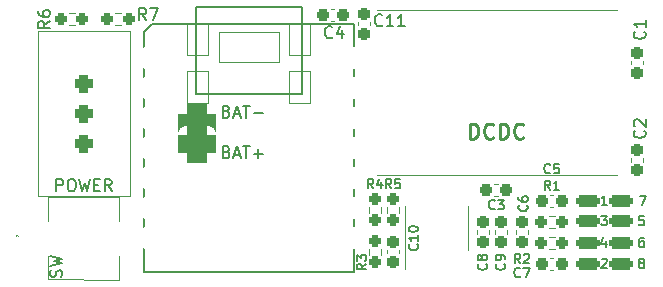
<source format=gto>
G04 #@! TF.GenerationSoftware,KiCad,Pcbnew,(6.0.7)*
G04 #@! TF.CreationDate,2022-10-10T16:00:36+09:00*
G04 #@! TF.ProjectId,MainBoard,4d61696e-426f-4617-9264-2e6b69636164,rev?*
G04 #@! TF.SameCoordinates,Original*
G04 #@! TF.FileFunction,Legend,Top*
G04 #@! TF.FilePolarity,Positive*
%FSLAX46Y46*%
G04 Gerber Fmt 4.6, Leading zero omitted, Abs format (unit mm)*
G04 Created by KiCad (PCBNEW (6.0.7)) date 2022-10-10 16:00:36*
%MOMM*%
%LPD*%
G01*
G04 APERTURE LIST*
G04 Aperture macros list*
%AMRoundRect*
0 Rectangle with rounded corners*
0 $1 Rounding radius*
0 $2 $3 $4 $5 $6 $7 $8 $9 X,Y pos of 4 corners*
0 Add a 4 corners polygon primitive as box body*
4,1,4,$2,$3,$4,$5,$6,$7,$8,$9,$2,$3,0*
0 Add four circle primitives for the rounded corners*
1,1,$1+$1,$2,$3*
1,1,$1+$1,$4,$5*
1,1,$1+$1,$6,$7*
1,1,$1+$1,$8,$9*
0 Add four rect primitives between the rounded corners*
20,1,$1+$1,$2,$3,$4,$5,0*
20,1,$1+$1,$4,$5,$6,$7,0*
20,1,$1+$1,$6,$7,$8,$9,0*
20,1,$1+$1,$8,$9,$2,$3,0*%
G04 Aperture macros list end*
%ADD10C,0.150000*%
%ADD11C,0.254000*%
%ADD12C,0.120000*%
%ADD13C,0.100000*%
%ADD14C,0.066040*%
%ADD15C,0.127000*%
%ADD16RoundRect,0.250000X0.750000X-0.250000X0.750000X0.250000X-0.750000X0.250000X-0.750000X-0.250000X0*%
%ADD17RoundRect,0.237500X-0.237500X0.300000X-0.237500X-0.300000X0.237500X-0.300000X0.237500X0.300000X0*%
%ADD18RoundRect,0.381000X0.381000X-0.381000X0.381000X0.381000X-0.381000X0.381000X-0.381000X-0.381000X0*%
%ADD19R,2.000000X2.000000*%
%ADD20R,2.600000X1.900000*%
%ADD21RoundRect,0.237500X0.250000X0.237500X-0.250000X0.237500X-0.250000X-0.237500X0.250000X-0.237500X0*%
%ADD22RoundRect,0.237500X-0.237500X0.250000X-0.237500X-0.250000X0.237500X-0.250000X0.237500X0.250000X0*%
%ADD23RoundRect,0.237500X-0.300000X-0.237500X0.300000X-0.237500X0.300000X0.237500X-0.300000X0.237500X0*%
%ADD24O,0.449999X1.400000*%
%ADD25RoundRect,0.787500X-0.812500X-0.787500X0.812500X-0.787500X0.812500X0.787500X-0.812500X0.787500X0*%
%ADD26RoundRect,0.237500X-0.250000X-0.237500X0.250000X-0.237500X0.250000X0.237500X-0.250000X0.237500X0*%
%ADD27RoundRect,0.237500X0.237500X-0.300000X0.237500X0.300000X-0.237500X0.300000X-0.237500X-0.300000X0*%
%ADD28O,2.748280X1.998980*%
%ADD29RoundRect,0.237500X0.300000X0.237500X-0.300000X0.237500X-0.300000X-0.237500X0.300000X-0.237500X0*%
%ADD30RoundRect,0.237500X0.237500X-0.250000X0.237500X0.250000X-0.237500X0.250000X-0.237500X-0.250000X0*%
G04 APERTURE END LIST*
D10*
X187604428Y-98952095D02*
X187642523Y-98914000D01*
X187718714Y-98875904D01*
X187909190Y-98875904D01*
X187985380Y-98914000D01*
X188023476Y-98952095D01*
X188061571Y-99028285D01*
X188061571Y-99104476D01*
X188023476Y-99218761D01*
X187566333Y-99675904D01*
X188061571Y-99675904D01*
X187959980Y-97364571D02*
X187959980Y-97897904D01*
X187769504Y-97059809D02*
X187579028Y-97631238D01*
X188074266Y-97631238D01*
X191238142Y-88050666D02*
X191285761Y-88098285D01*
X191333380Y-88241142D01*
X191333380Y-88336380D01*
X191285761Y-88479238D01*
X191190523Y-88574476D01*
X191095285Y-88622095D01*
X190904809Y-88669714D01*
X190761952Y-88669714D01*
X190571476Y-88622095D01*
X190476238Y-88574476D01*
X190381000Y-88479238D01*
X190333380Y-88336380D01*
X190333380Y-88241142D01*
X190381000Y-88098285D01*
X190428619Y-88050666D01*
X190428619Y-87669714D02*
X190381000Y-87622095D01*
X190333380Y-87526857D01*
X190333380Y-87288761D01*
X190381000Y-87193523D01*
X190428619Y-87145904D01*
X190523857Y-87098285D01*
X190619095Y-87098285D01*
X190761952Y-87145904D01*
X191333380Y-87717333D01*
X191333380Y-87098285D01*
X187591733Y-95269104D02*
X188086971Y-95269104D01*
X187820304Y-95573866D01*
X187934590Y-95573866D01*
X188010780Y-95611961D01*
X188048876Y-95650057D01*
X188086971Y-95726247D01*
X188086971Y-95916723D01*
X188048876Y-95992914D01*
X188010780Y-96031009D01*
X187934590Y-96069104D01*
X187706019Y-96069104D01*
X187629828Y-96031009D01*
X187591733Y-95992914D01*
X191198476Y-95269104D02*
X190817523Y-95269104D01*
X190779428Y-95650057D01*
X190817523Y-95611961D01*
X190893714Y-95573866D01*
X191084190Y-95573866D01*
X191160380Y-95611961D01*
X191198476Y-95650057D01*
X191236571Y-95726247D01*
X191236571Y-95916723D01*
X191198476Y-95992914D01*
X191160380Y-96031009D01*
X191084190Y-96069104D01*
X190893714Y-96069104D01*
X190817523Y-96031009D01*
X190779428Y-95992914D01*
X179355714Y-99320333D02*
X179393809Y-99358428D01*
X179431904Y-99472714D01*
X179431904Y-99548904D01*
X179393809Y-99663190D01*
X179317619Y-99739380D01*
X179241428Y-99777476D01*
X179089047Y-99815571D01*
X178974761Y-99815571D01*
X178822380Y-99777476D01*
X178746190Y-99739380D01*
X178670000Y-99663190D01*
X178631904Y-99548904D01*
X178631904Y-99472714D01*
X178670000Y-99358428D01*
X178708095Y-99320333D01*
X179431904Y-98939380D02*
X179431904Y-98787000D01*
X179393809Y-98710809D01*
X179355714Y-98672714D01*
X179241428Y-98596523D01*
X179089047Y-98558428D01*
X178784285Y-98558428D01*
X178708095Y-98596523D01*
X178670000Y-98634619D01*
X178631904Y-98710809D01*
X178631904Y-98863190D01*
X178670000Y-98939380D01*
X178708095Y-98977476D01*
X178784285Y-99015571D01*
X178974761Y-99015571D01*
X179050952Y-98977476D01*
X179089047Y-98939380D01*
X179127142Y-98863190D01*
X179127142Y-98710809D01*
X179089047Y-98634619D01*
X179050952Y-98596523D01*
X178974761Y-98558428D01*
X188061571Y-94341904D02*
X187604428Y-94341904D01*
X187833000Y-94341904D02*
X187833000Y-93541904D01*
X187756809Y-93656190D01*
X187680619Y-93732380D01*
X187604428Y-93770476D01*
X141454476Y-93162380D02*
X141454476Y-92162380D01*
X141835428Y-92162380D01*
X141930666Y-92210000D01*
X141978285Y-92257619D01*
X142025904Y-92352857D01*
X142025904Y-92495714D01*
X141978285Y-92590952D01*
X141930666Y-92638571D01*
X141835428Y-92686190D01*
X141454476Y-92686190D01*
X142644952Y-92162380D02*
X142835428Y-92162380D01*
X142930666Y-92210000D01*
X143025904Y-92305238D01*
X143073523Y-92495714D01*
X143073523Y-92829047D01*
X143025904Y-93019523D01*
X142930666Y-93114761D01*
X142835428Y-93162380D01*
X142644952Y-93162380D01*
X142549714Y-93114761D01*
X142454476Y-93019523D01*
X142406857Y-92829047D01*
X142406857Y-92495714D01*
X142454476Y-92305238D01*
X142549714Y-92210000D01*
X142644952Y-92162380D01*
X143406857Y-92162380D02*
X143644952Y-93162380D01*
X143835428Y-92448095D01*
X144025904Y-93162380D01*
X144264000Y-92162380D01*
X144644952Y-92638571D02*
X144978285Y-92638571D01*
X145121142Y-93162380D02*
X144644952Y-93162380D01*
X144644952Y-92162380D01*
X145121142Y-92162380D01*
X146121142Y-93162380D02*
X145787809Y-92686190D01*
X145549714Y-93162380D02*
X145549714Y-92162380D01*
X145930666Y-92162380D01*
X146025904Y-92210000D01*
X146073523Y-92257619D01*
X146121142Y-92352857D01*
X146121142Y-92495714D01*
X146073523Y-92590952D01*
X146025904Y-92638571D01*
X145930666Y-92686190D01*
X145549714Y-92686190D01*
X141882761Y-100425142D02*
X141930380Y-100282285D01*
X141930380Y-100044190D01*
X141882761Y-99948952D01*
X141835142Y-99901333D01*
X141739904Y-99853714D01*
X141644666Y-99853714D01*
X141549428Y-99901333D01*
X141501809Y-99948952D01*
X141454190Y-100044190D01*
X141406571Y-100234666D01*
X141358952Y-100329904D01*
X141311333Y-100377523D01*
X141216095Y-100425142D01*
X141120857Y-100425142D01*
X141025619Y-100377523D01*
X140978000Y-100329904D01*
X140930380Y-100234666D01*
X140930380Y-99996571D01*
X140978000Y-99853714D01*
X140930380Y-99520380D02*
X141930380Y-99282285D01*
X141216095Y-99091809D01*
X141930380Y-98901333D01*
X140930380Y-98663238D01*
D11*
X176451380Y-88712523D02*
X176451380Y-87442523D01*
X176753761Y-87442523D01*
X176935190Y-87503000D01*
X177056142Y-87623952D01*
X177116619Y-87744904D01*
X177177095Y-87986809D01*
X177177095Y-88168238D01*
X177116619Y-88410142D01*
X177056142Y-88531095D01*
X176935190Y-88652047D01*
X176753761Y-88712523D01*
X176451380Y-88712523D01*
X178447095Y-88591571D02*
X178386619Y-88652047D01*
X178205190Y-88712523D01*
X178084238Y-88712523D01*
X177902809Y-88652047D01*
X177781857Y-88531095D01*
X177721380Y-88410142D01*
X177660904Y-88168238D01*
X177660904Y-87986809D01*
X177721380Y-87744904D01*
X177781857Y-87623952D01*
X177902809Y-87503000D01*
X178084238Y-87442523D01*
X178205190Y-87442523D01*
X178386619Y-87503000D01*
X178447095Y-87563476D01*
X178991380Y-88712523D02*
X178991380Y-87442523D01*
X179293761Y-87442523D01*
X179475190Y-87503000D01*
X179596142Y-87623952D01*
X179656619Y-87744904D01*
X179717095Y-87986809D01*
X179717095Y-88168238D01*
X179656619Y-88410142D01*
X179596142Y-88531095D01*
X179475190Y-88652047D01*
X179293761Y-88712523D01*
X178991380Y-88712523D01*
X180987095Y-88591571D02*
X180926619Y-88652047D01*
X180745190Y-88712523D01*
X180624238Y-88712523D01*
X180442809Y-88652047D01*
X180321857Y-88531095D01*
X180261380Y-88410142D01*
X180200904Y-88168238D01*
X180200904Y-87986809D01*
X180261380Y-87744904D01*
X180321857Y-87623952D01*
X180442809Y-87503000D01*
X180624238Y-87442523D01*
X180745190Y-87442523D01*
X180926619Y-87503000D01*
X180987095Y-87563476D01*
D10*
X180714666Y-99294904D02*
X180448000Y-98913952D01*
X180257523Y-99294904D02*
X180257523Y-98494904D01*
X180562285Y-98494904D01*
X180638476Y-98533000D01*
X180676571Y-98571095D01*
X180714666Y-98647285D01*
X180714666Y-98761571D01*
X180676571Y-98837761D01*
X180638476Y-98875857D01*
X180562285Y-98913952D01*
X180257523Y-98913952D01*
X181019428Y-98571095D02*
X181057523Y-98533000D01*
X181133714Y-98494904D01*
X181324190Y-98494904D01*
X181400380Y-98533000D01*
X181438476Y-98571095D01*
X181476571Y-98647285D01*
X181476571Y-98723476D01*
X181438476Y-98837761D01*
X180981333Y-99294904D01*
X181476571Y-99294904D01*
X169792666Y-92944904D02*
X169526000Y-92563952D01*
X169335523Y-92944904D02*
X169335523Y-92144904D01*
X169640285Y-92144904D01*
X169716476Y-92183000D01*
X169754571Y-92221095D01*
X169792666Y-92297285D01*
X169792666Y-92411571D01*
X169754571Y-92487761D01*
X169716476Y-92525857D01*
X169640285Y-92563952D01*
X169335523Y-92563952D01*
X170516476Y-92144904D02*
X170135523Y-92144904D01*
X170097428Y-92525857D01*
X170135523Y-92487761D01*
X170211714Y-92449666D01*
X170402190Y-92449666D01*
X170478380Y-92487761D01*
X170516476Y-92525857D01*
X170554571Y-92602047D01*
X170554571Y-92792523D01*
X170516476Y-92868714D01*
X170478380Y-92906809D01*
X170402190Y-92944904D01*
X170211714Y-92944904D01*
X170135523Y-92906809D01*
X170097428Y-92868714D01*
X167697104Y-99320333D02*
X167316152Y-99587000D01*
X167697104Y-99777476D02*
X166897104Y-99777476D01*
X166897104Y-99472714D01*
X166935200Y-99396523D01*
X166973295Y-99358428D01*
X167049485Y-99320333D01*
X167163771Y-99320333D01*
X167239961Y-99358428D01*
X167278057Y-99396523D01*
X167316152Y-99472714D01*
X167316152Y-99777476D01*
X166897104Y-99053666D02*
X166897104Y-98558428D01*
X167201866Y-98825095D01*
X167201866Y-98710809D01*
X167239961Y-98634619D01*
X167278057Y-98596523D01*
X167354247Y-98558428D01*
X167544723Y-98558428D01*
X167620914Y-98596523D01*
X167659009Y-98634619D01*
X167697104Y-98710809D01*
X167697104Y-98939380D01*
X167659009Y-99015571D01*
X167620914Y-99053666D01*
X190868333Y-93541904D02*
X191401666Y-93541904D01*
X191058809Y-94341904D01*
X177831714Y-99320333D02*
X177869809Y-99358428D01*
X177907904Y-99472714D01*
X177907904Y-99548904D01*
X177869809Y-99663190D01*
X177793619Y-99739380D01*
X177717428Y-99777476D01*
X177565047Y-99815571D01*
X177450761Y-99815571D01*
X177298380Y-99777476D01*
X177222190Y-99739380D01*
X177146000Y-99663190D01*
X177107904Y-99548904D01*
X177107904Y-99472714D01*
X177146000Y-99358428D01*
X177184095Y-99320333D01*
X177450761Y-98863190D02*
X177412666Y-98939380D01*
X177374571Y-98977476D01*
X177298380Y-99015571D01*
X177260285Y-99015571D01*
X177184095Y-98977476D01*
X177146000Y-98939380D01*
X177107904Y-98863190D01*
X177107904Y-98710809D01*
X177146000Y-98634619D01*
X177184095Y-98596523D01*
X177260285Y-98558428D01*
X177298380Y-98558428D01*
X177374571Y-98596523D01*
X177412666Y-98634619D01*
X177450761Y-98710809D01*
X177450761Y-98863190D01*
X177488857Y-98939380D01*
X177526952Y-98977476D01*
X177603142Y-99015571D01*
X177755523Y-99015571D01*
X177831714Y-98977476D01*
X177869809Y-98939380D01*
X177907904Y-98863190D01*
X177907904Y-98710809D01*
X177869809Y-98634619D01*
X177831714Y-98596523D01*
X177755523Y-98558428D01*
X177603142Y-98558428D01*
X177526952Y-98596523D01*
X177488857Y-98634619D01*
X177450761Y-98710809D01*
X180714666Y-100361714D02*
X180676571Y-100399809D01*
X180562285Y-100437904D01*
X180486095Y-100437904D01*
X180371809Y-100399809D01*
X180295619Y-100323619D01*
X180257523Y-100247428D01*
X180219428Y-100095047D01*
X180219428Y-99980761D01*
X180257523Y-99828380D01*
X180295619Y-99752190D01*
X180371809Y-99676000D01*
X180486095Y-99637904D01*
X180562285Y-99637904D01*
X180676571Y-99676000D01*
X180714666Y-99714095D01*
X180981333Y-99637904D02*
X181514666Y-99637904D01*
X181171809Y-100437904D01*
X155868857Y-86415571D02*
X156011714Y-86463190D01*
X156059333Y-86510809D01*
X156106952Y-86606047D01*
X156106952Y-86748904D01*
X156059333Y-86844142D01*
X156011714Y-86891761D01*
X155916476Y-86939380D01*
X155535523Y-86939380D01*
X155535523Y-85939380D01*
X155868857Y-85939380D01*
X155964095Y-85987000D01*
X156011714Y-86034619D01*
X156059333Y-86129857D01*
X156059333Y-86225095D01*
X156011714Y-86320333D01*
X155964095Y-86367952D01*
X155868857Y-86415571D01*
X155535523Y-86415571D01*
X156487904Y-86653666D02*
X156964095Y-86653666D01*
X156392666Y-86939380D02*
X156726000Y-85939380D01*
X157059333Y-86939380D01*
X157249809Y-85939380D02*
X157821238Y-85939380D01*
X157535523Y-86939380D02*
X157535523Y-85939380D01*
X158154571Y-86558428D02*
X158916476Y-86558428D01*
X181286114Y-94367333D02*
X181324209Y-94405428D01*
X181362304Y-94519714D01*
X181362304Y-94595904D01*
X181324209Y-94710190D01*
X181248019Y-94786380D01*
X181171828Y-94824476D01*
X181019447Y-94862571D01*
X180905161Y-94862571D01*
X180752780Y-94824476D01*
X180676590Y-94786380D01*
X180600400Y-94710190D01*
X180562304Y-94595904D01*
X180562304Y-94519714D01*
X180600400Y-94405428D01*
X180638495Y-94367333D01*
X180562304Y-93681619D02*
X180562304Y-93834000D01*
X180600400Y-93910190D01*
X180638495Y-93948285D01*
X180752780Y-94024476D01*
X180905161Y-94062571D01*
X181209923Y-94062571D01*
X181286114Y-94024476D01*
X181324209Y-93986380D01*
X181362304Y-93910190D01*
X181362304Y-93757809D01*
X181324209Y-93681619D01*
X181286114Y-93643523D01*
X181209923Y-93605428D01*
X181019447Y-93605428D01*
X180943257Y-93643523D01*
X180905161Y-93681619D01*
X180867066Y-93757809D01*
X180867066Y-93910190D01*
X180905161Y-93986380D01*
X180943257Y-94024476D01*
X181019447Y-94062571D01*
X149058333Y-78684380D02*
X148725000Y-78208190D01*
X148486904Y-78684380D02*
X148486904Y-77684380D01*
X148867857Y-77684380D01*
X148963095Y-77732000D01*
X149010714Y-77779619D01*
X149058333Y-77874857D01*
X149058333Y-78017714D01*
X149010714Y-78112952D01*
X148963095Y-78160571D01*
X148867857Y-78208190D01*
X148486904Y-78208190D01*
X149391666Y-77684380D02*
X150058333Y-77684380D01*
X149629761Y-78684380D01*
X155868857Y-89844571D02*
X156011714Y-89892190D01*
X156059333Y-89939809D01*
X156106952Y-90035047D01*
X156106952Y-90177904D01*
X156059333Y-90273142D01*
X156011714Y-90320761D01*
X155916476Y-90368380D01*
X155535523Y-90368380D01*
X155535523Y-89368380D01*
X155868857Y-89368380D01*
X155964095Y-89416000D01*
X156011714Y-89463619D01*
X156059333Y-89558857D01*
X156059333Y-89654095D01*
X156011714Y-89749333D01*
X155964095Y-89796952D01*
X155868857Y-89844571D01*
X155535523Y-89844571D01*
X156487904Y-90082666D02*
X156964095Y-90082666D01*
X156392666Y-90368380D02*
X156726000Y-89368380D01*
X157059333Y-90368380D01*
X157249809Y-89368380D02*
X157821238Y-89368380D01*
X157535523Y-90368380D02*
X157535523Y-89368380D01*
X158154571Y-89987428D02*
X158916476Y-89987428D01*
X158535523Y-90368380D02*
X158535523Y-89606476D01*
X191238142Y-79668666D02*
X191285761Y-79716285D01*
X191333380Y-79859142D01*
X191333380Y-79954380D01*
X191285761Y-80097238D01*
X191190523Y-80192476D01*
X191095285Y-80240095D01*
X190904809Y-80287714D01*
X190761952Y-80287714D01*
X190571476Y-80240095D01*
X190476238Y-80192476D01*
X190381000Y-80097238D01*
X190333380Y-79954380D01*
X190333380Y-79859142D01*
X190381000Y-79716285D01*
X190428619Y-79668666D01*
X191333380Y-78716285D02*
X191333380Y-79287714D01*
X191333380Y-79002000D02*
X190333380Y-79002000D01*
X190476238Y-79097238D01*
X190571476Y-79192476D01*
X190619095Y-79287714D01*
X191160380Y-97097904D02*
X191008000Y-97097904D01*
X190931809Y-97136000D01*
X190893714Y-97174095D01*
X190817523Y-97288380D01*
X190779428Y-97440761D01*
X190779428Y-97745523D01*
X190817523Y-97821714D01*
X190855619Y-97859809D01*
X190931809Y-97897904D01*
X191084190Y-97897904D01*
X191160380Y-97859809D01*
X191198476Y-97821714D01*
X191236571Y-97745523D01*
X191236571Y-97555047D01*
X191198476Y-97478857D01*
X191160380Y-97440761D01*
X191084190Y-97402666D01*
X190931809Y-97402666D01*
X190855619Y-97440761D01*
X190817523Y-97478857D01*
X190779428Y-97555047D01*
X183254666Y-93071904D02*
X182988000Y-92690952D01*
X182797523Y-93071904D02*
X182797523Y-92271904D01*
X183102285Y-92271904D01*
X183178476Y-92310000D01*
X183216571Y-92348095D01*
X183254666Y-92424285D01*
X183254666Y-92538571D01*
X183216571Y-92614761D01*
X183178476Y-92652857D01*
X183102285Y-92690952D01*
X182797523Y-92690952D01*
X184016571Y-93071904D02*
X183559428Y-93071904D01*
X183788000Y-93071904D02*
X183788000Y-92271904D01*
X183711809Y-92386190D01*
X183635619Y-92462380D01*
X183559428Y-92500476D01*
X178555666Y-94646714D02*
X178517571Y-94684809D01*
X178403285Y-94722904D01*
X178327095Y-94722904D01*
X178212809Y-94684809D01*
X178136619Y-94608619D01*
X178098523Y-94532428D01*
X178060428Y-94380047D01*
X178060428Y-94265761D01*
X178098523Y-94113380D01*
X178136619Y-94037190D01*
X178212809Y-93961000D01*
X178327095Y-93922904D01*
X178403285Y-93922904D01*
X178517571Y-93961000D01*
X178555666Y-93999095D01*
X178822333Y-93922904D02*
X179317571Y-93922904D01*
X179050904Y-94227666D01*
X179165190Y-94227666D01*
X179241380Y-94265761D01*
X179279476Y-94303857D01*
X179317571Y-94380047D01*
X179317571Y-94570523D01*
X179279476Y-94646714D01*
X179241380Y-94684809D01*
X179165190Y-94722904D01*
X178936619Y-94722904D01*
X178860428Y-94684809D01*
X178822333Y-94646714D01*
X168268666Y-92944904D02*
X168002000Y-92563952D01*
X167811523Y-92944904D02*
X167811523Y-92144904D01*
X168116285Y-92144904D01*
X168192476Y-92183000D01*
X168230571Y-92221095D01*
X168268666Y-92297285D01*
X168268666Y-92411571D01*
X168230571Y-92487761D01*
X168192476Y-92525857D01*
X168116285Y-92563952D01*
X167811523Y-92563952D01*
X168954380Y-92411571D02*
X168954380Y-92944904D01*
X168763904Y-92106809D02*
X168573428Y-92678238D01*
X169068666Y-92678238D01*
X171989714Y-97669285D02*
X172027809Y-97707380D01*
X172065904Y-97821666D01*
X172065904Y-97897857D01*
X172027809Y-98012142D01*
X171951619Y-98088333D01*
X171875428Y-98126428D01*
X171723047Y-98164523D01*
X171608761Y-98164523D01*
X171456380Y-98126428D01*
X171380190Y-98088333D01*
X171304000Y-98012142D01*
X171265904Y-97897857D01*
X171265904Y-97821666D01*
X171304000Y-97707380D01*
X171342095Y-97669285D01*
X172065904Y-96907380D02*
X172065904Y-97364523D01*
X172065904Y-97135952D02*
X171265904Y-97135952D01*
X171380190Y-97212142D01*
X171456380Y-97288333D01*
X171494476Y-97364523D01*
X171265904Y-96412142D02*
X171265904Y-96335952D01*
X171304000Y-96259761D01*
X171342095Y-96221666D01*
X171418285Y-96183571D01*
X171570666Y-96145476D01*
X171761142Y-96145476D01*
X171913523Y-96183571D01*
X171989714Y-96221666D01*
X172027809Y-96259761D01*
X172065904Y-96335952D01*
X172065904Y-96412142D01*
X172027809Y-96488333D01*
X171989714Y-96526428D01*
X171913523Y-96564523D01*
X171761142Y-96602619D01*
X171570666Y-96602619D01*
X171418285Y-96564523D01*
X171342095Y-96526428D01*
X171304000Y-96488333D01*
X171265904Y-96412142D01*
X169029142Y-79097142D02*
X168981523Y-79144761D01*
X168838666Y-79192380D01*
X168743428Y-79192380D01*
X168600571Y-79144761D01*
X168505333Y-79049523D01*
X168457714Y-78954285D01*
X168410095Y-78763809D01*
X168410095Y-78620952D01*
X168457714Y-78430476D01*
X168505333Y-78335238D01*
X168600571Y-78240000D01*
X168743428Y-78192380D01*
X168838666Y-78192380D01*
X168981523Y-78240000D01*
X169029142Y-78287619D01*
X169981523Y-79192380D02*
X169410095Y-79192380D01*
X169695809Y-79192380D02*
X169695809Y-78192380D01*
X169600571Y-78335238D01*
X169505333Y-78430476D01*
X169410095Y-78478095D01*
X170933904Y-79192380D02*
X170362476Y-79192380D01*
X170648190Y-79192380D02*
X170648190Y-78192380D01*
X170552952Y-78335238D01*
X170457714Y-78430476D01*
X170362476Y-78478095D01*
X140914380Y-78779666D02*
X140438190Y-79113000D01*
X140914380Y-79351095D02*
X139914380Y-79351095D01*
X139914380Y-78970142D01*
X139962000Y-78874904D01*
X140009619Y-78827285D01*
X140104857Y-78779666D01*
X140247714Y-78779666D01*
X140342952Y-78827285D01*
X140390571Y-78874904D01*
X140438190Y-78970142D01*
X140438190Y-79351095D01*
X139914380Y-77922523D02*
X139914380Y-78113000D01*
X139962000Y-78208238D01*
X140009619Y-78255857D01*
X140152476Y-78351095D01*
X140342952Y-78398714D01*
X140723904Y-78398714D01*
X140819142Y-78351095D01*
X140866761Y-78303476D01*
X140914380Y-78208238D01*
X140914380Y-78017761D01*
X140866761Y-77922523D01*
X140819142Y-77874904D01*
X140723904Y-77827285D01*
X140485809Y-77827285D01*
X140390571Y-77874904D01*
X140342952Y-77922523D01*
X140295333Y-78017761D01*
X140295333Y-78208238D01*
X140342952Y-78303476D01*
X140390571Y-78351095D01*
X140485809Y-78398714D01*
X190931809Y-99218761D02*
X190855619Y-99180666D01*
X190817523Y-99142571D01*
X190779428Y-99066380D01*
X190779428Y-99028285D01*
X190817523Y-98952095D01*
X190855619Y-98914000D01*
X190931809Y-98875904D01*
X191084190Y-98875904D01*
X191160380Y-98914000D01*
X191198476Y-98952095D01*
X191236571Y-99028285D01*
X191236571Y-99066380D01*
X191198476Y-99142571D01*
X191160380Y-99180666D01*
X191084190Y-99218761D01*
X190931809Y-99218761D01*
X190855619Y-99256857D01*
X190817523Y-99294952D01*
X190779428Y-99371142D01*
X190779428Y-99523523D01*
X190817523Y-99599714D01*
X190855619Y-99637809D01*
X190931809Y-99675904D01*
X191084190Y-99675904D01*
X191160380Y-99637809D01*
X191198476Y-99599714D01*
X191236571Y-99523523D01*
X191236571Y-99371142D01*
X191198476Y-99294952D01*
X191160380Y-99256857D01*
X191084190Y-99218761D01*
X164806333Y-80113142D02*
X164758714Y-80160761D01*
X164615857Y-80208380D01*
X164520619Y-80208380D01*
X164377761Y-80160761D01*
X164282523Y-80065523D01*
X164234904Y-79970285D01*
X164187285Y-79779809D01*
X164187285Y-79636952D01*
X164234904Y-79446476D01*
X164282523Y-79351238D01*
X164377761Y-79256000D01*
X164520619Y-79208380D01*
X164615857Y-79208380D01*
X164758714Y-79256000D01*
X164806333Y-79303619D01*
X165663476Y-79541714D02*
X165663476Y-80208380D01*
X165425380Y-79160761D02*
X165187285Y-79875047D01*
X165806333Y-79875047D01*
X183254666Y-91598714D02*
X183216571Y-91636809D01*
X183102285Y-91674904D01*
X183026095Y-91674904D01*
X182911809Y-91636809D01*
X182835619Y-91560619D01*
X182797523Y-91484428D01*
X182759428Y-91332047D01*
X182759428Y-91217761D01*
X182797523Y-91065380D01*
X182835619Y-90989190D01*
X182911809Y-90913000D01*
X183026095Y-90874904D01*
X183102285Y-90874904D01*
X183216571Y-90913000D01*
X183254666Y-90951095D01*
X183978476Y-90874904D02*
X183597523Y-90874904D01*
X183559428Y-91255857D01*
X183597523Y-91217761D01*
X183673714Y-91179666D01*
X183864190Y-91179666D01*
X183940380Y-91217761D01*
X183978476Y-91255857D01*
X184016571Y-91332047D01*
X184016571Y-91522523D01*
X183978476Y-91598714D01*
X183940380Y-91636809D01*
X183864190Y-91674904D01*
X183673714Y-91674904D01*
X183597523Y-91636809D01*
X183559428Y-91598714D01*
D12*
X191137000Y-90404733D02*
X191137000Y-90697267D01*
X190117000Y-90404733D02*
X190117000Y-90697267D01*
X178560000Y-96500733D02*
X178560000Y-96793267D01*
X179580000Y-96500733D02*
X179580000Y-96793267D01*
X147664000Y-93614000D02*
X139864000Y-93614000D01*
X139864000Y-79614000D02*
X139864000Y-93614000D01*
X139864000Y-79614000D02*
X147664000Y-79614000D01*
X147664000Y-79614000D02*
X147664000Y-93614000D01*
D13*
X146764000Y-93705000D02*
X140764000Y-93705000D01*
X138064000Y-96955000D02*
X138064000Y-96955000D01*
X138164000Y-96955000D02*
X138164000Y-96955000D01*
X140764000Y-100605000D02*
X140764000Y-98655000D01*
X146764000Y-100655000D02*
X140764000Y-100605000D01*
X146764000Y-98655000D02*
X146764000Y-100655000D01*
X146764000Y-95655000D02*
X146764000Y-93705000D01*
X140764000Y-93705000D02*
X140764000Y-95655000D01*
X138164000Y-96955000D02*
G75*
G03*
X138064000Y-96955000I-50000J0D01*
G01*
X138064000Y-96955000D02*
G75*
G03*
X138164000Y-96955000I50000J0D01*
G01*
X168583000Y-77836000D02*
X188883000Y-77836000D01*
X168583000Y-91836000D02*
X168583000Y-91836000D01*
X188883000Y-77836000D02*
X188883000Y-77836000D01*
X168583000Y-91836000D02*
X188883000Y-91836000D01*
X188883000Y-91836000D02*
X188883000Y-91836000D01*
X188883000Y-91836000D02*
X168583000Y-91836000D01*
X168583000Y-77836000D02*
X168583000Y-77836000D01*
X188883000Y-77836000D02*
X168583000Y-77836000D01*
D12*
X183642724Y-98058500D02*
X183133276Y-98058500D01*
X183642724Y-97013500D02*
X183133276Y-97013500D01*
X170448500Y-94487276D02*
X170448500Y-94996724D01*
X169403500Y-94487276D02*
X169403500Y-94996724D01*
X168924500Y-98043276D02*
X168924500Y-98552724D01*
X167879500Y-98043276D02*
X167879500Y-98552724D01*
X177036000Y-96500733D02*
X177036000Y-96793267D01*
X178056000Y-96500733D02*
X178056000Y-96793267D01*
X183241733Y-99824000D02*
X183534267Y-99824000D01*
X183241733Y-98804000D02*
X183534267Y-98804000D01*
X176285997Y-98115999D02*
X176285997Y-94416001D01*
X170986000Y-99766001D02*
X170986000Y-94416001D01*
X180338000Y-96500733D02*
X180338000Y-96793267D01*
X181358000Y-96500733D02*
X181358000Y-96793267D01*
X146430276Y-78090500D02*
X146939724Y-78090500D01*
X146430276Y-79135500D02*
X146939724Y-79135500D01*
X190117000Y-82442267D02*
X190117000Y-82149733D01*
X191137000Y-82442267D02*
X191137000Y-82149733D01*
X183642724Y-96280500D02*
X183133276Y-96280500D01*
X183642724Y-95235500D02*
X183133276Y-95235500D01*
D14*
X155215590Y-82238310D02*
X160295590Y-82238310D01*
X152548590Y-85669850D02*
X154326590Y-85669850D01*
X162962590Y-81603310D02*
X162962590Y-78936310D01*
X155215590Y-82238310D02*
X155215590Y-79698310D01*
X152548590Y-83000310D02*
X154326590Y-83000310D01*
X161184590Y-81603310D02*
X161184590Y-78936310D01*
X161184590Y-81603310D02*
X162962590Y-81603310D01*
X152548590Y-78936310D02*
X154326590Y-78936310D01*
D15*
X153264870Y-77595190D02*
X162259010Y-77595190D01*
D14*
X161184590Y-85669850D02*
X161184590Y-83000310D01*
X152548590Y-81603310D02*
X154326590Y-81603310D01*
X152548590Y-81603310D02*
X152548590Y-78936310D01*
X161184590Y-78936310D02*
X162962590Y-78936310D01*
X162962590Y-85669850D02*
X162962590Y-83000310D01*
D15*
X148865590Y-100018310D02*
X166663370Y-100018310D01*
X162259010Y-84948490D02*
X153259790Y-84948490D01*
D14*
X161184590Y-83000310D02*
X162962590Y-83000310D01*
X161184590Y-85669850D02*
X162962590Y-85669850D01*
D15*
X166663370Y-100018310D02*
X166663370Y-79020130D01*
D14*
X152548590Y-85669850D02*
X152548590Y-83000310D01*
D15*
X153259790Y-84948490D02*
X153259790Y-77595190D01*
D14*
X154326590Y-85669850D02*
X154326590Y-83000310D01*
X155215590Y-79698310D02*
X160295590Y-79698310D01*
X160295590Y-82238310D02*
X160295590Y-79698310D01*
D15*
X149536150Y-79020130D02*
X148865590Y-79690690D01*
X166663370Y-79020130D02*
X149536150Y-79020130D01*
X162259010Y-77595190D02*
X162259010Y-84948490D01*
D14*
X154326590Y-81603310D02*
X154326590Y-78936310D01*
D15*
X148865590Y-79690690D02*
X148865590Y-100018310D01*
D12*
X178835267Y-93601000D02*
X178542733Y-93601000D01*
X178835267Y-92581000D02*
X178542733Y-92581000D01*
X168924500Y-94996724D02*
X168924500Y-94487276D01*
X167879500Y-94996724D02*
X167879500Y-94487276D01*
X169416000Y-98151733D02*
X169416000Y-98444267D01*
X170436000Y-98151733D02*
X170436000Y-98444267D01*
X167997600Y-78847733D02*
X167997600Y-79140267D01*
X166977600Y-78847733D02*
X166977600Y-79140267D01*
X142493276Y-78090500D02*
X143002724Y-78090500D01*
X142493276Y-79135500D02*
X143002724Y-79135500D01*
X164699733Y-78742000D02*
X164992267Y-78742000D01*
X164699733Y-77722000D02*
X164992267Y-77722000D01*
X183534267Y-94490000D02*
X183241733Y-94490000D01*
X183534267Y-93470000D02*
X183241733Y-93470000D01*
%LPC*%
D16*
X186436000Y-99314000D03*
X186436000Y-97536000D03*
D17*
X190627000Y-89688500D03*
X190627000Y-91413500D03*
D16*
X186436000Y-95707200D03*
X189230000Y-95707200D03*
D17*
X179070000Y-95784500D03*
X179070000Y-97509500D03*
D16*
X186436000Y-93980000D03*
D18*
X143764000Y-89154000D03*
X143764000Y-86614000D03*
X143764000Y-84074000D03*
D19*
X140764000Y-97155000D03*
X146764000Y-97155000D03*
D20*
X170083000Y-81026000D03*
X170083000Y-84836000D03*
X170083000Y-88646000D03*
X187383000Y-88646000D03*
X187383000Y-86106000D03*
X187383000Y-83566000D03*
X187383000Y-81026000D03*
D21*
X184300500Y-97536000D03*
X182475500Y-97536000D03*
D22*
X169926000Y-93829500D03*
X169926000Y-95654500D03*
X168402000Y-97385500D03*
X168402000Y-99210500D03*
D16*
X189230000Y-93980000D03*
D17*
X177546000Y-95784500D03*
X177546000Y-97509500D03*
D23*
X182525500Y-99314000D03*
X184250500Y-99314000D03*
D24*
X171461001Y-99215999D03*
X172111002Y-99215999D03*
X172761001Y-99215999D03*
X173411002Y-99215999D03*
X174061001Y-99215999D03*
X174711002Y-99215999D03*
X175361001Y-99215999D03*
X176011002Y-99215999D03*
X176011002Y-93315998D03*
X175361001Y-93315998D03*
X174711002Y-93315998D03*
X174061001Y-93315998D03*
X173411002Y-93315998D03*
X172761001Y-93315998D03*
X172111002Y-93315998D03*
X171461001Y-93315998D03*
D25*
X153314400Y-87400200D03*
D17*
X180848000Y-95784500D03*
X180848000Y-97509500D03*
D26*
X145772500Y-78613000D03*
X147597500Y-78613000D03*
D25*
X153314400Y-89155200D03*
D27*
X190627000Y-83158500D03*
X190627000Y-81433500D03*
D16*
X189230000Y-97536000D03*
D21*
X184300500Y-95758000D03*
X182475500Y-95758000D03*
D28*
X149698710Y-81900490D03*
X149698710Y-84440490D03*
X149698710Y-86980490D03*
X149698710Y-89520490D03*
X149698710Y-92060490D03*
X149698710Y-94600490D03*
X149698710Y-97140490D03*
X165863270Y-97140490D03*
X165863270Y-94600490D03*
X165863270Y-92060490D03*
X165863270Y-89520490D03*
X165863270Y-86980490D03*
X165863270Y-84440490D03*
X165863270Y-81900490D03*
D29*
X179551500Y-93091000D03*
X177826500Y-93091000D03*
D30*
X168402000Y-95654500D03*
X168402000Y-93829500D03*
D17*
X169926000Y-97435500D03*
X169926000Y-99160500D03*
X167487600Y-78131500D03*
X167487600Y-79856500D03*
D26*
X141835500Y-78613000D03*
X143660500Y-78613000D03*
D16*
X189230000Y-99314000D03*
D23*
X163983500Y-78232000D03*
X165708500Y-78232000D03*
D29*
X184250500Y-93980000D03*
X182525500Y-93980000D03*
M02*

</source>
